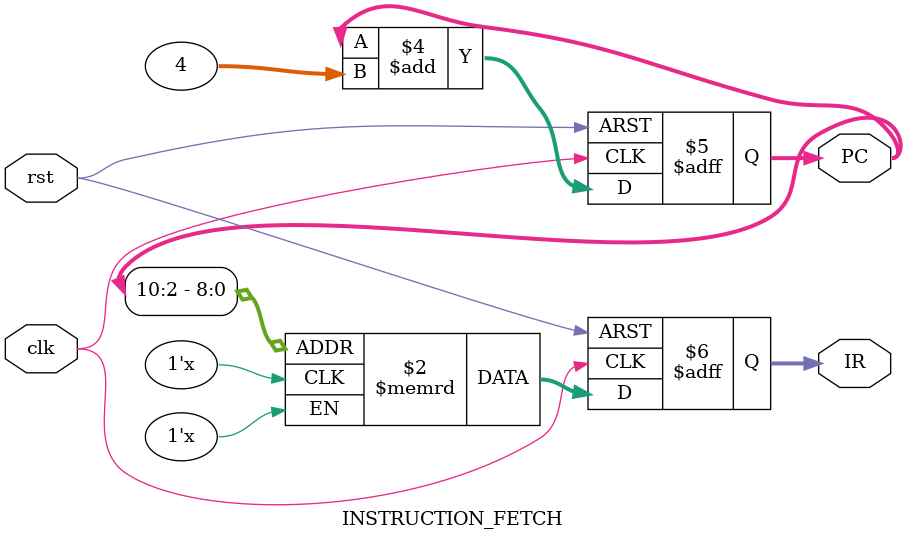
<source format=v>
`timescale 1ns/1ps

module INSTRUCTION_FETCH(
    clk,
    rst,

    PC,
    IR
);

input clk, rst;
output reg 	[31:0] PC, IR;

//instruction memory
reg [31:0] instruction [127:0];

//output instruction
always @(posedge clk or posedge rst) begin
    if(rst)
        IR <= 32'd0;
    else
        IR <= instruction[PC[10:2]];
end

// output program counter
always @(posedge clk or posedge rst) begin
    if(rst)
        PC <= 32'd0;
    else//add new PC address here, ex : branch, jump...
        PC <= PC+4;
end

endmodule

</source>
